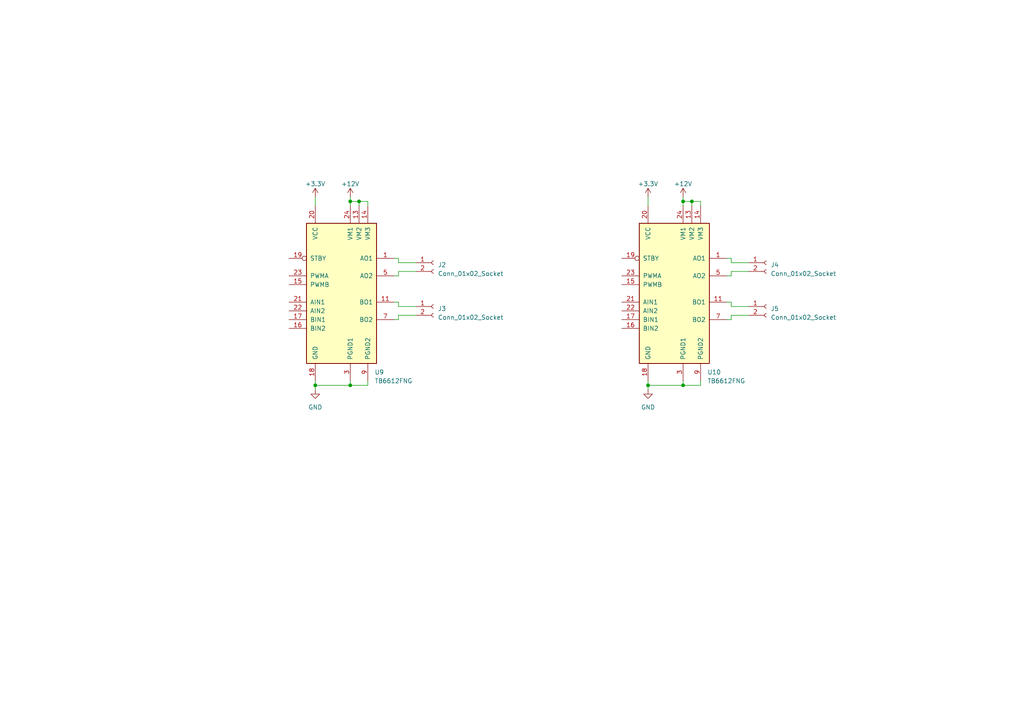
<source format=kicad_sch>
(kicad_sch (version 20230121) (generator eeschema)
  (paper "A4")
  (lib_symbols
    (symbol "Connector:Conn_01x02_Socket" (pin_names (offset 1.016) hide)
      (property "Reference" "J" (at 0 2.54 0))
      (property "Value" "Conn_01x02_Socket" (at 0 -5.08 0))
      (symbol "Conn_01x02_Socket_1_1"
        (arc (start 0 -2.032) (mid -0.5058 -2.54) (end 0 -3.048) (stroke (width 0.1524)))
        (polyline (pts (xy -1.27 -2.54) (xy -0.508 -2.54)) (stroke (width 0.1524)))
        (polyline (pts (xy -1.27 0) (xy -0.508 0)) (stroke (width 0.1524)))
        (arc (start 0 0.508) (mid -0.5058 0) (end 0 -0.508) (stroke (width 0.1524)))
        (pin passive line (at -5.08 0 0) (length 3.81) (name "Pin_1") (number "1"))
        (pin passive line (at -5.08 -2.54 0) (length 3.81) (name "Pin_2") (number "2"))
      )
    )
    (symbol "Driver_Motor:TB6612FNG" (pin_names (offset 1.016))
      (property "Reference" "U" (at 11.43 17.78 0))
      (property "Value" "TB6612FNG" (at 11.43 15.24 0))
      (symbol "TB6612FNG_0_1"
        (rectangle (start -10.16 20.32) (end 10.16 -20.32) (stroke (width 0.254)) (fill (type background)))
      )
      (symbol "TB6612FNG_1_1"
        (pin output line (at 15.24 10.16 180) (length 5.08) (name "AO1") (number "1"))
        (pin passive line (at 7.62 -25.4 90) (length 5.08) hide (name "PGND2") (number "10"))
        (pin output line (at 15.24 -2.54 180) (length 5.08) (name "BO1") (number "11"))
        (pin passive line (at 15.24 -2.54 180) (length 5.08) hide (name "BO1") (number "12"))
        (pin power_in line (at 5.08 25.4 270) (length 5.08) (name "VM2") (number "13"))
        (pin power_in line (at 7.62 25.4 270) (length 5.08) (name "VM3") (number "14"))
        (pin input line (at -15.24 2.54 0) (length 5.08) (name "PWMB") (number "15"))
        (pin input line (at -15.24 -10.16 0) (length 5.08) (name "BIN2") (number "16"))
        (pin input line (at -15.24 -7.62 0) (length 5.08) (name "BIN1") (number "17"))
        (pin power_in line (at -7.62 -25.4 90) (length 5.08) (name "GND") (number "18"))
        (pin input inverted (at -15.24 10.16 0) (length 5.08) (name "STBY") (number "19"))
        (pin passive line (at 15.24 10.16 180) (length 5.08) hide (name "AO1") (number "2"))
        (pin power_in line (at -7.62 25.4 270) (length 5.08) (name "VCC") (number "20"))
        (pin input line (at -15.24 -2.54 0) (length 5.08) (name "AIN1") (number "21"))
        (pin input line (at -15.24 -5.08 0) (length 5.08) (name "AIN2") (number "22"))
        (pin input line (at -15.24 5.08 0) (length 5.08) (name "PWMA") (number "23"))
        (pin power_in line (at 2.54 25.4 270) (length 5.08) (name "VM1") (number "24"))
        (pin power_in line (at 2.54 -25.4 90) (length 5.08) (name "PGND1") (number "3"))
        (pin passive line (at 2.54 -25.4 90) (length 5.08) hide (name "PGND1") (number "4"))
        (pin output line (at 15.24 5.08 180) (length 5.08) (name "AO2") (number "5"))
        (pin passive line (at 15.24 5.08 180) (length 5.08) hide (name "AO2") (number "6"))
        (pin output line (at 15.24 -7.62 180) (length 5.08) (name "BO2") (number "7"))
        (pin passive line (at 15.24 -7.62 180) (length 5.08) hide (name "BO2") (number "8"))
        (pin power_in line (at 7.62 -25.4 90) (length 5.08) (name "PGND2") (number "9"))
      )
    )
    (symbol "power:+12V" (power) (pin_names (offset 0))
      (property "Value" "+12V" (at 0 3.556 0))
      (symbol "+12V_0_1"
        (polyline (pts (xy -0.762 1.27) (xy 0 2.54)))
        (polyline (pts (xy 0 0) (xy 0 2.54)))
        (polyline (pts (xy 0 2.54) (xy 0.762 1.27)))
      )
      (symbol "+12V_1_1"
        (pin power_in line (at 0 0 90) (length 0) hide (name "+12V") (number "1"))
      )
    )
    (symbol "power:+3.3V" (power) (pin_names (offset 0))
      (property "Value" "+3.3V" (at 0 3.556 0))
      (symbol "+3.3V_0_1"
        (polyline (pts (xy -0.762 1.27) (xy 0 2.54)))
        (polyline (pts (xy 0 0) (xy 0 2.54)))
        (polyline (pts (xy 0 2.54) (xy 0.762 1.27)))
      )
      (symbol "+3.3V_1_1"
        (pin power_in line (at 0 0 90) (length 0) hide (name "+3.3V") (number "1"))
      )
    )
    (symbol "power:GND" (power) (pin_names (offset 0))
      (property "Value" "GND" (at 0 -3.81 0))
      (symbol "GND_0_1"
        (polyline (pts (xy 0 0) (xy 0 -1.27) (xy 1.27 -1.27) (xy 0 -2.54) (xy -1.27 -1.27) (xy 0 -1.27)))
      )
      (symbol "GND_1_1"
        (pin power_in line (at 0 0 270) (length 0) hide (name "GND") (number "1"))
      )
    )
  )
  (junction (at 187.96 111.76))
  (junction (at 200.66 58.42))
  (junction (at 104.14 58.42))
  (junction (at 101.6 111.76))
  (junction (at 91.44 111.76))
  (junction (at 198.12 58.42))
  (junction (at 101.6 58.42))
  (junction (at 198.12 111.76))
  (wire (pts (xy 106.68 59.69) (xy 106.68 58.42)))
  (wire (pts (xy 115.57 88.9) (xy 120.65 88.9)))
  (wire (pts (xy 101.6 57.15) (xy 101.6 58.42)))
  (wire (pts (xy 120.65 91.44) (xy 115.57 91.44)))
  (wire (pts (xy 198.12 58.42) (xy 200.66 58.42)))
  (wire (pts (xy 187.96 57.15) (xy 187.96 59.69)))
  (wire (pts (xy 212.09 78.74) (xy 212.09 80.01)))
  (wire (pts (xy 212.09 76.2) (xy 217.17 76.2)))
  (wire (pts (xy 212.09 87.63) (xy 212.09 88.9)))
  (wire (pts (xy 203.2 110.49) (xy 203.2 111.76)))
  (wire (pts (xy 115.57 74.93) (xy 115.57 76.2)))
  (wire (pts (xy 101.6 59.69) (xy 101.6 58.42)))
  (wire (pts (xy 212.09 92.71) (xy 210.82 92.71)))
  (wire (pts (xy 101.6 110.49) (xy 101.6 111.76)))
  (wire (pts (xy 115.57 87.63) (xy 115.57 88.9)))
  (wire (pts (xy 120.65 78.74) (xy 115.57 78.74)))
  (wire (pts (xy 104.14 58.42) (xy 104.14 59.69)))
  (wire (pts (xy 106.68 110.49) (xy 106.68 111.76)))
  (wire (pts (xy 187.96 111.76) (xy 187.96 113.03)))
  (wire (pts (xy 212.09 80.01) (xy 210.82 80.01)))
  (wire (pts (xy 203.2 111.76) (xy 198.12 111.76)))
  (wire (pts (xy 114.3 87.63) (xy 115.57 87.63)))
  (wire (pts (xy 200.66 58.42) (xy 200.66 59.69)))
  (wire (pts (xy 91.44 110.49) (xy 91.44 111.76)))
  (wire (pts (xy 212.09 88.9) (xy 217.17 88.9)))
  (wire (pts (xy 115.57 76.2) (xy 120.65 76.2)))
  (wire (pts (xy 210.82 74.93) (xy 212.09 74.93)))
  (wire (pts (xy 115.57 91.44) (xy 115.57 92.71)))
  (wire (pts (xy 210.82 87.63) (xy 212.09 87.63)))
  (wire (pts (xy 198.12 110.49) (xy 198.12 111.76)))
  (wire (pts (xy 198.12 111.76) (xy 187.96 111.76)))
  (wire (pts (xy 187.96 110.49) (xy 187.96 111.76)))
  (wire (pts (xy 212.09 74.93) (xy 212.09 76.2)))
  (wire (pts (xy 203.2 58.42) (xy 200.66 58.42)))
  (wire (pts (xy 106.68 58.42) (xy 104.14 58.42)))
  (wire (pts (xy 115.57 80.01) (xy 114.3 80.01)))
  (wire (pts (xy 106.68 111.76) (xy 101.6 111.76)))
  (wire (pts (xy 203.2 59.69) (xy 203.2 58.42)))
  (wire (pts (xy 212.09 91.44) (xy 212.09 92.71)))
  (wire (pts (xy 115.57 78.74) (xy 115.57 80.01)))
  (wire (pts (xy 114.3 74.93) (xy 115.57 74.93)))
  (wire (pts (xy 217.17 91.44) (xy 212.09 91.44)))
  (wire (pts (xy 91.44 111.76) (xy 91.44 113.03)))
  (wire (pts (xy 115.57 92.71) (xy 114.3 92.71)))
  (wire (pts (xy 101.6 58.42) (xy 104.14 58.42)))
  (wire (pts (xy 198.12 57.15) (xy 198.12 58.42)))
  (wire (pts (xy 91.44 57.15) (xy 91.44 59.69)))
  (wire (pts (xy 101.6 111.76) (xy 91.44 111.76)))
  (wire (pts (xy 198.12 59.69) (xy 198.12 58.42)))
  (wire (pts (xy 217.17 78.74) (xy 212.09 78.74)))
  (symbol (lib_id "Connector:Conn_01x02_Socket") (at 222.25 88.9 0) (unit 1)
    (property "Reference" "J5" (at 223.52 89.535 0) (effects (justify left)))
    (property "Value" "Conn_01x02_Socket" (at 223.52 92.075 0) (effects (justify left)))
  )
  (symbol (lib_id "power:+3.3V") (at 91.44 57.15 0) (unit 1)
    (property "Reference" "#PWR042" (effects hide))
    (property "Value" "+3.3V" (at 91.44 53.34 0))
    (instances (project "Warehouse-on-STM32" (path "" (reference "#PWR042") (unit 1)) (path "" (reference "#PWR058") (unit 1))))
  )
  (symbol (lib_id "power:GND") (at 91.44 113.03 0) (unit 1)
    (property "Reference" "#PWR057" (effects hide))
    (property "Value" "GND" (at 91.44 118.11 0))
  )
  (symbol (lib_id "power:+12V") (at 101.6 57.15 0) (unit 1)
    (property "Reference" "#PWR044" (effects hide))
    (property "Value" "+12V" (at 101.6 53.34 0))
    (instances (project "Warehouse-on-STM32" (path "" (reference "#PWR044") (unit 1)) (path "" (reference "#PWR056") (unit 1))))
  )
  (symbol (lib_id "power:+3.3V") (at 187.96 57.15 0) (unit 1)
    (property "Reference" "#PWR042" (effects hide))
    (property "Value" "+3.3V" (at 187.96 53.34 0))
    (instances (project "Warehouse-on-STM32" (path "" (reference "#PWR042") (unit 1)) (path "" (reference "#PWR059") (unit 1))))
  )
  (symbol (lib_id "Connector:Conn_01x02_Socket") (at 125.73 76.2 0) (unit 1)
    (property "Reference" "J2" (at 127 76.835 0) (effects (justify left)))
    (property "Value" "Conn_01x02_Socket" (at 127 79.375 0) (effects (justify left)))
  )
  (symbol (lib_id "power:GND") (at 187.96 113.03 0) (unit 1)
    (property "Reference" "#PWR060" (effects hide))
    (property "Value" "GND" (at 187.96 118.11 0))
  )
  (symbol (lib_id "Driver_Motor:TB6612FNG") (at 195.58 85.09 0) (unit 1)
    (property "Reference" "U10" (at 205.1559 107.95 0) (effects (justify left)))
    (property "Value" "TB6612FNG" (at 205.1559 110.49 0) (effects (justify left)))
    (property "Footprint" "Package_SO:SSOP-24_5.3x8.2mm_P0.65mm" (effects hide))
    (property "Datasheet" "https://toshiba.semicon-storage.com/us/product/linear/motordriver/detail.TB6612FNG.html" (effects hide))
  )
  (symbol (lib_id "power:+12V") (at 198.12 57.15 0) (unit 1)
    (property "Reference" "#PWR044" (effects hide))
    (property "Value" "+12V" (at 198.12 53.34 0))
    (instances (project "Warehouse-on-STM32" (path "" (reference "#PWR044") (unit 1)) (path "" (reference "#PWR061") (unit 1))))
  )
  (symbol (lib_id "Connector:Conn_01x02_Socket") (at 222.25 76.2 0) (unit 1)
    (property "Reference" "J4" (at 223.52 76.835 0) (effects (justify left)))
    (property "Value" "Conn_01x02_Socket" (at 223.52 79.375 0) (effects (justify left)))
  )
  (symbol (lib_id "Connector:Conn_01x02_Socket") (at 125.73 88.9 0) (unit 1)
    (property "Reference" "J3" (at 127 89.535 0) (effects (justify left)))
    (property "Value" "Conn_01x02_Socket" (at 127 92.075 0) (effects (justify left)))
  )
  (symbol (lib_id "Driver_Motor:TB6612FNG") (at 99.06 85.09 0) (unit 1)
    (property "Reference" "U9" (at 108.6359 107.95 0) (effects (justify left)))
    (property "Value" "TB6612FNG" (at 108.6359 110.49 0) (effects (justify left)))
    (property "Footprint" "Package_SO:SSOP-24_5.3x8.2mm_P0.65mm" (effects hide))
    (property "Datasheet" "https://toshiba.semicon-storage.com/us/product/linear/motordriver/detail.TB6612FNG.html" (effects hide))
  )
)
</source>
